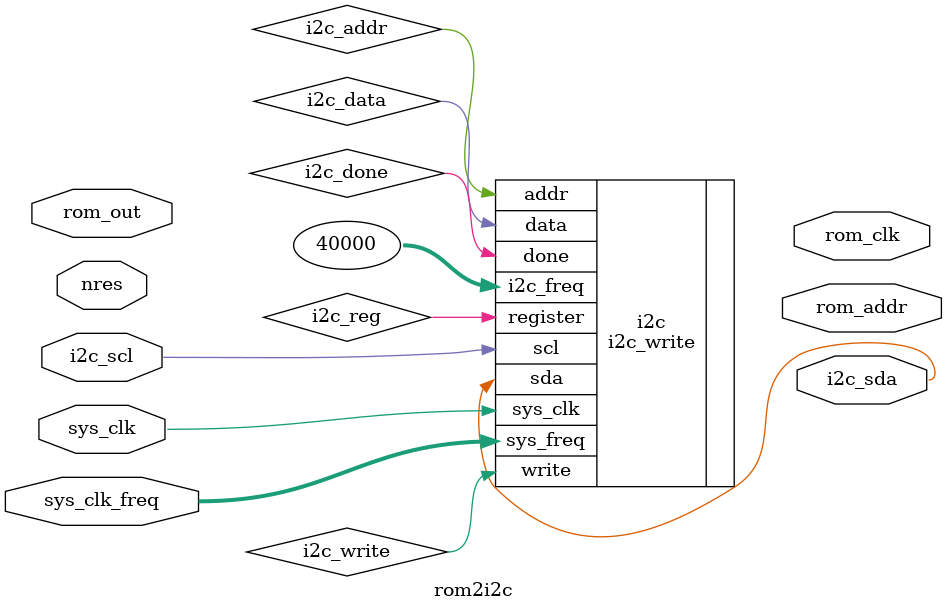
<source format=v>
module rom2i2c (
	rom_addr,
	rom_clk,
	rom_out,
	
	i2c_sda,
	i2c_scl,
	
	sys_clk,
	sys_clk_freq,
	
	nres
);

/* memory interaction */
output [7:0] rom_addr;
reg [7:0] rom_addr;
output rom_clk;
reg rom_clk;
input [7:0] rom_out;

input nres;
/* i2c communication */
output			i2c_sda;
inout			i2c_scl;

/* system stuff */
input	[31:0]	sys_clk_freq;
input			sys_clk;




/* Create I2C writer */

reg i2c_addr;
reg i2c_reg;
reg i2c_data;
reg i2c_write;
reg i2c_done;
i2c_write i2c
 (
	.sda		(i2c_sda),
	.scl		(i2c_scl),

	.addr		(i2c_addr),		// Codec's address
	.register	(i2c_reg),
	.data		(i2c_data),
	
	.sys_clk	(sys_clk),
	.sys_freq	(sys_clk_freq),
	.i2c_freq	(4*10_000),
	.write		(i2c_write),
	.done		(i2c_done)
 );

 

 
 
 reg [1:0]rom_rdclk;
 always@(posedge sys_clk)
 begin
	if (rom_rdclk[1] == 0 && rom_rdclk[0] == 1)
	begin
		;
	end
	rom_rdclk[1] <= rom_rdclk[0];
 end
 

endmodule

</source>
